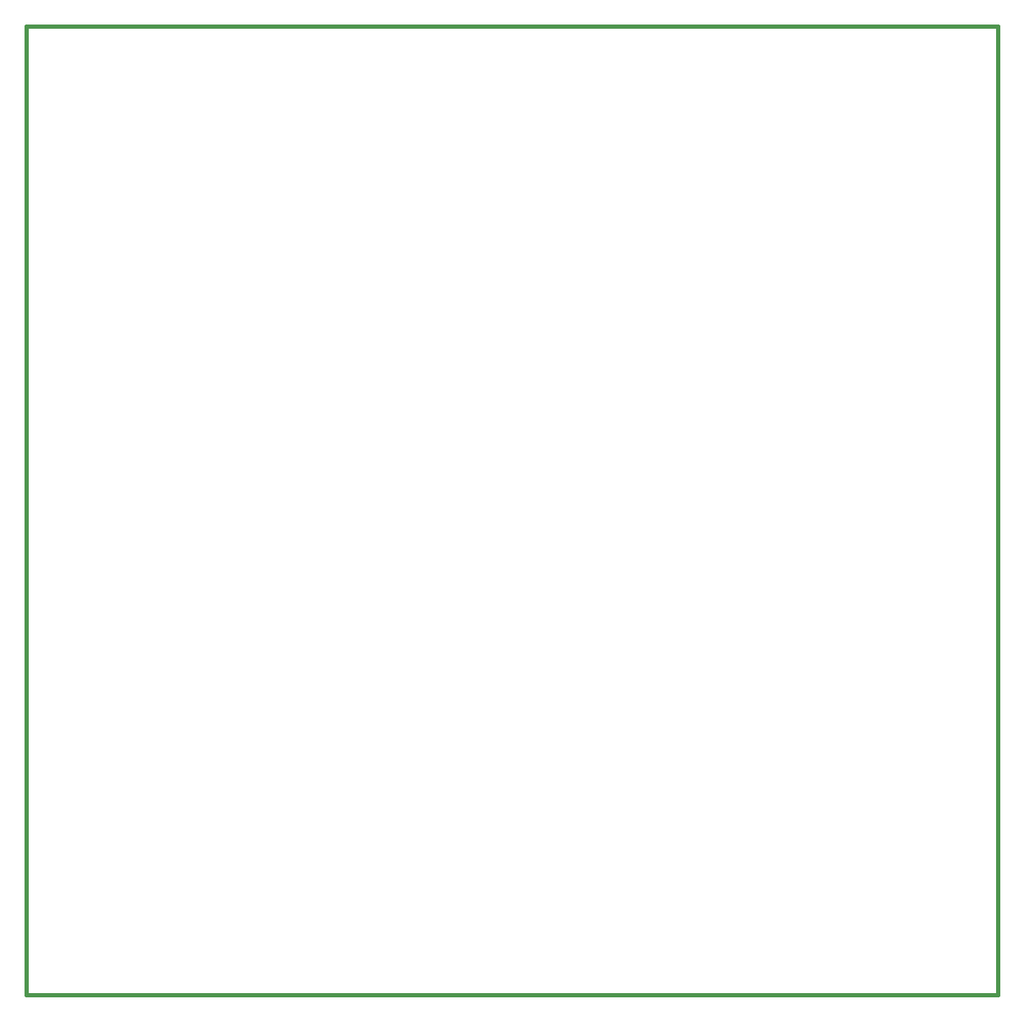
<source format=gm1>
G04*
G04 #@! TF.GenerationSoftware,Altium Limited,Altium Designer,23.8.1 (32)*
G04*
G04 Layer_Color=16711935*
%FSLAX44Y44*%
%MOMM*%
G71*
G04*
G04 #@! TF.SameCoordinates,3F070380-BFD0-420E-B22A-88B72DBD322C*
G04*
G04*
G04 #@! TF.FilePolarity,Positive*
G04*
G01*
G75*
%ADD43C,0.3810*%
D43*
X-1270Y969010D02*
X971550D01*
Y-1270D02*
Y969010D01*
X-1270Y-1270D02*
X971550D01*
X-1270D02*
Y969010D01*
M02*

</source>
